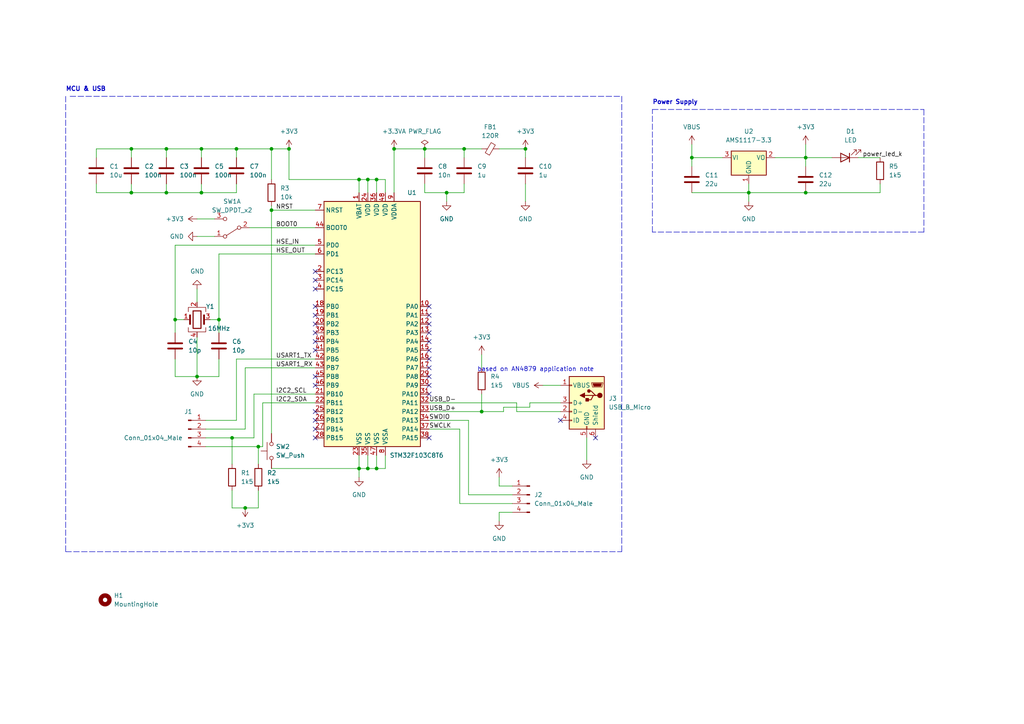
<source format=kicad_sch>
(kicad_sch (version 20211123) (generator eeschema)
  (paper "A4")
  (title_block (title "STM32F103C8T6 DevBoard") (date "2024-06-26") (rev "0.1") (company "Digikala"))
  (lib_symbols
    (symbol "Connector:Conn_01x04_Male" (pin_names (offset 1.016) hide)
      (property "Reference" "J" (at 0 5.08 0))
      (property "Value" "Conn_01x04_Male" (at 0 -7.62 0))
      (symbol "Conn_01x04_Male_1_1"
        (polyline (pts (xy 1.27 -5.08) (xy 0.8636 -5.08)) (stroke (width 0.1524)))
        (polyline (pts (xy 1.27 -2.54) (xy 0.8636 -2.54)) (stroke (width 0.1524)))
        (polyline (pts (xy 1.27 0) (xy 0.8636 0)) (stroke (width 0.1524)))
        (polyline (pts (xy 1.27 2.54) (xy 0.8636 2.54)) (stroke (width 0.1524)))
        (rectangle (start 0.8636 -4.953) (end 0 -5.207) (stroke (width 0.1524)) (fill (type outline)))
        (rectangle (start 0.8636 -2.413) (end 0 -2.667) (stroke (width 0.1524)) (fill (type outline)))
        (rectangle (start 0.8636 0.127) (end 0 -0.127) (stroke (width 0.1524)) (fill (type outline)))
        (rectangle (start 0.8636 2.667) (end 0 2.413) (stroke (width 0.1524)) (fill (type outline)))
        (pin passive line (at 5.08 2.54 180) (length 3.81) (name "Pin_1") (number "1"))
        (pin passive line (at 5.08 0 180) (length 3.81) (name "Pin_2") (number "2"))
        (pin passive line (at 5.08 -2.54 180) (length 3.81) (name "Pin_3") (number "3"))
        (pin passive line (at 5.08 -5.08 180) (length 3.81) (name "Pin_4") (number "4"))
      )
    )
    (symbol "Connector:USB_B_Micro" (pin_names (offset 1.016))
      (property "Reference" "J" (at -5.08 11.43 0))
      (property "Value" "USB_B_Micro" (at -5.08 8.89 0))
      (symbol "USB_B_Micro_0_1"
        (rectangle (start -5.08 -7.62) (end 5.08 7.62) (stroke (width 0.254)) (fill (type background)))
        (circle (center -3.81 2.159) (radius 0.635) (stroke (width 0.254)) (fill (type outline)))
        (circle (center -0.635 3.429) (radius 0.381) (stroke (width 0.254)) (fill (type outline)))
        (rectangle (start -0.127 -7.62) (end 0.127 -6.858))
        (polyline (pts (xy -1.905 2.159) (xy 0.635 2.159)) (stroke (width 0.254)))
        (polyline (pts (xy -3.175 2.159) (xy -2.54 2.159) (xy -1.27 3.429) (xy -0.635 3.429)) (stroke (width 0.254)))
        (polyline (pts (xy -2.54 2.159) (xy -1.905 2.159) (xy -1.27 0.889) (xy 0 0.889)) (stroke (width 0.254)))
        (polyline (pts (xy 0.635 2.794) (xy 0.635 1.524) (xy 1.905 2.159) (xy 0.635 2.794)) (stroke (width 0.254)) (fill (type outline)))
        (polyline (pts (xy -4.318 5.588) (xy -1.778 5.588) (xy -2.032 4.826) (xy -4.064 4.826) (xy -4.318 5.588)) (fill (type outline)))
        (polyline (pts (xy -4.699 5.842) (xy -4.699 5.588) (xy -4.445 4.826) (xy -4.445 4.572) (xy -1.651 4.572) (xy -1.651 4.826) (xy -1.397 5.588) (xy -1.397 5.842) (xy -4.699 5.842)))
        (rectangle (start 0.254 1.27) (end -0.508 0.508) (stroke (width 0.254)) (fill (type outline)))
        (rectangle (start 5.08 -5.207) (end 4.318 -4.953))
        (rectangle (start 5.08 -2.667) (end 4.318 -2.413))
        (rectangle (start 5.08 -0.127) (end 4.318 0.127))
        (rectangle (start 5.08 4.953) (end 4.318 5.207))
      )
      (symbol "USB_B_Micro_1_1"
        (pin power_out line (at 7.62 5.08 180) (length 2.54) (name "VBUS") (number "1"))
        (pin bidirectional line (at 7.62 -2.54 180) (length 2.54) (name "D-") (number "2"))
        (pin bidirectional line (at 7.62 0 180) (length 2.54) (name "D+") (number "3"))
        (pin passive line (at 7.62 -5.08 180) (length 2.54) (name "ID") (number "4"))
        (pin power_out line (at 0 -10.16 90) (length 2.54) (name "GND") (number "5"))
        (pin passive line (at -2.54 -10.16 90) (length 2.54) (name "Shield") (number "6"))
      )
    )
    (symbol "Device:C" (pin_numbers hide) (pin_names (offset 0.254))
      (property "Reference" "C" (at 0.635 2.54 0))
      (property "Value" "C" (at 0.635 -2.54 0))
      (symbol "C_0_1"
        (polyline (pts (xy -2.032 -0.762) (xy 2.032 -0.762)) (stroke (width 0.508)))
        (polyline (pts (xy -2.032 0.762) (xy 2.032 0.762)) (stroke (width 0.508)))
      )
      (symbol "C_1_1"
        (pin passive line (at 0 3.81 270) (length 2.794) (name "~") (number "1"))
        (pin passive line (at 0 -3.81 90) (length 2.794) (name "~") (number "2"))
      )
    )
    (symbol "Device:Crystal_GND24" (pin_names (offset 1.016) hide)
      (property "Reference" "Y" (at 3.175 5.08 0))
      (property "Value" "Crystal_GND24" (at 3.175 3.175 0))
      (symbol "Crystal_GND24_0_1"
        (rectangle (start -1.143 2.54) (end 1.143 -2.54) (stroke (width 0.3048)))
        (polyline (pts (xy -2.54 0) (xy -2.032 0)))
        (polyline (pts (xy -2.032 -1.27) (xy -2.032 1.27)) (stroke (width 0.508)))
        (polyline (pts (xy 0 -3.81) (xy 0 -3.556)))
        (polyline (pts (xy 0 3.556) (xy 0 3.81)))
        (polyline (pts (xy 2.032 -1.27) (xy 2.032 1.27)) (stroke (width 0.508)))
        (polyline (pts (xy 2.032 0) (xy 2.54 0)))
        (polyline (pts (xy -2.54 -2.286) (xy -2.54 -3.556) (xy 2.54 -3.556) (xy 2.54 -2.286)))
        (polyline (pts (xy -2.54 2.286) (xy -2.54 3.556) (xy 2.54 3.556) (xy 2.54 2.286)))
      )
      (symbol "Crystal_GND24_1_1"
        (pin passive line (at -3.81 0 0) (length 1.27) (name "1") (number "1"))
        (pin passive line (at 0 5.08 270) (length 1.27) (name "2") (number "2"))
        (pin passive line (at 3.81 0 180) (length 1.27) (name "3") (number "3"))
        (pin passive line (at 0 -5.08 90) (length 1.27) (name "4") (number "4"))
      )
    )
    (symbol "Device:FerriteBead_Small" (pin_numbers hide) (pin_names (offset 0))
      (property "Reference" "FB" (at 1.905 1.27 0))
      (property "Value" "FerriteBead_Small" (at 1.905 -1.27 0))
      (symbol "FerriteBead_Small_0_1"
        (polyline (pts (xy 0 -1.27) (xy 0 -0.7874)))
        (polyline (pts (xy 0 0.889) (xy 0 1.2954)))
        (polyline (pts (xy -1.8288 0.2794) (xy -1.1176 1.4986) (xy 1.8288 -0.2032) (xy 1.1176 -1.4224) (xy -1.8288 0.2794)))
      )
      (symbol "FerriteBead_Small_1_1"
        (pin passive line (at 0 2.54 270) (length 1.27) (name "~") (number "1"))
        (pin passive line (at 0 -2.54 90) (length 1.27) (name "~") (number "2"))
      )
    )
    (symbol "Device:LED" (pin_numbers hide) (pin_names (offset 1.016) hide)
      (property "Reference" "D" (at 0 2.54 0))
      (property "Value" "LED" (at 0 -2.54 0))
      (symbol "LED_0_1"
        (polyline (pts (xy -1.27 -1.27) (xy -1.27 1.27)) (stroke (width 0.254)))
        (polyline (pts (xy -1.27 0) (xy 1.27 0)))
        (polyline (pts (xy 1.27 -1.27) (xy 1.27 1.27) (xy -1.27 0) (xy 1.27 -1.27)) (stroke (width 0.254)))
        (polyline (pts (xy -3.048 -0.762) (xy -4.572 -2.286) (xy -3.81 -2.286) (xy -4.572 -2.286) (xy -4.572 -1.524)))
        (polyline (pts (xy -1.778 -0.762) (xy -3.302 -2.286) (xy -2.54 -2.286) (xy -3.302 -2.286) (xy -3.302 -1.524)))
      )
      (symbol "LED_1_1"
        (pin passive line (at -3.81 0 0) (length 2.54) (name "K") (number "1"))
        (pin passive line (at 3.81 0 180) (length 2.54) (name "A") (number "2"))
      )
    )
    (symbol "Device:R" (pin_numbers hide) (pin_names (offset 0))
      (property "Reference" "R" (at 2.032 0 90))
      (property "Value" "R" (at 0 0 90))
      (symbol "R_0_1"
        (rectangle (start -1.016 -2.54) (end 1.016 2.54) (stroke (width 0.254)))
      )
      (symbol "R_1_1"
        (pin passive line (at 0 3.81 270) (length 1.27) (name "~") (number "1"))
        (pin passive line (at 0 -3.81 90) (length 1.27) (name "~") (number "2"))
      )
    )
    (symbol "MCU_ST_STM32F1:STM32F103C8Tx"
      (property "Reference" "U" (at -15.24 36.83 0))
      (property "Value" "STM32F103C8Tx" (at 7.62 36.83 0))
      (symbol "STM32F103C8Tx_0_1"
        (rectangle (start -15.24 -35.56) (end 12.7 35.56) (stroke (width 0.254)) (fill (type background)))
      )
      (symbol "STM32F103C8Tx_1_1"
        (pin power_in line (at -5.08 38.1 270) (length 2.54) (name "VBAT") (number "1"))
        (pin bidirectional line (at 15.24 5.08 180) (length 2.54) (name "PA0") (number "10"))
        (pin bidirectional line (at 15.24 2.54 180) (length 2.54) (name "PA1") (number "11"))
        (pin bidirectional line (at 15.24 0 180) (length 2.54) (name "PA2") (number "12"))
        (pin bidirectional line (at 15.24 -2.54 180) (length 2.54) (name "PA3") (number "13"))
        (pin bidirectional line (at 15.24 -5.08 180) (length 2.54) (name "PA4") (number "14"))
        (pin bidirectional line (at 15.24 -7.62 180) (length 2.54) (name "PA5") (number "15"))
        (pin bidirectional line (at 15.24 -10.16 180) (length 2.54) (name "PA6") (number "16"))
        (pin bidirectional line (at 15.24 -12.7 180) (length 2.54) (name "PA7") (number "17"))
        (pin bidirectional line (at -17.78 5.08 0) (length 2.54) (name "PB0") (number "18"))
        (pin bidirectional line (at -17.78 2.54 0) (length 2.54) (name "PB1") (number "19"))
        (pin bidirectional line (at -17.78 15.24 0) (length 2.54) (name "PC13") (number "2"))
        (pin bidirectional line (at -17.78 0 0) (length 2.54) (name "PB2") (number "20"))
        (pin bidirectional line (at -17.78 -20.32 0) (length 2.54) (name "PB10") (number "21"))
        (pin bidirectional line (at -17.78 -22.86 0) (length 2.54) (name "PB11") (number "22"))
        (pin power_in line (at -5.08 -38.1 90) (length 2.54) (name "VSS") (number "23"))
        (pin power_in line (at -2.54 38.1 270) (length 2.54) (name "VDD") (number "24"))
        (pin bidirectional line (at -17.78 -25.4 0) (length 2.54) (name "PB12") (number "25"))
        (pin bidirectional line (at -17.78 -27.94 0) (length 2.54) (name "PB13") (number "26"))
        (pin bidirectional line (at -17.78 -30.48 0) (length 2.54) (name "PB14") (number "27"))
        (pin bidirectional line (at -17.78 -33.02 0) (length 2.54) (name "PB15") (number "28"))
        (pin bidirectional line (at 15.24 -15.24 180) (length 2.54) (name "PA8") (number "29"))
        (pin bidirectional line (at -17.78 12.7 0) (length 2.54) (name "PC14") (number "3"))
        (pin bidirectional line (at 15.24 -17.78 180) (length 2.54) (name "PA9") (number "30"))
        (pin bidirectional line (at 15.24 -20.32 180) (length 2.54) (name "PA10") (number "31"))
        (pin bidirectional line (at 15.24 -22.86 180) (length 2.54) (name "PA11") (number "32"))
        (pin bidirectional line (at 15.24 -25.4 180) (length 2.54) (name "PA12") (number "33"))
        (pin bidirectional line (at 15.24 -27.94 180) (length 2.54) (name "PA13") (number "34"))
        (pin power_in line (at -2.54 -38.1 90) (length 2.54) (name "VSS") (number "35"))
        (pin power_in line (at 0 38.1 270) (length 2.54) (name "VDD") (number "36"))
        (pin bidirectional line (at 15.24 -30.48 180) (length 2.54) (name "PA14") (number "37"))
        (pin bidirectional line (at 15.24 -33.02 180) (length 2.54) (name "PA15") (number "38"))
        (pin bidirectional line (at -17.78 -2.54 0) (length 2.54) (name "PB3") (number "39"))
        (pin bidirectional line (at -17.78 10.16 0) (length 2.54) (name "PC15") (number "4"))
        (pin bidirectional line (at -17.78 -5.08 0) (length 2.54) (name "PB4") (number "40"))
        (pin bidirectional line (at -17.78 -7.62 0) (length 2.54) (name "PB5") (number "41"))
        (pin bidirectional line (at -17.78 -10.16 0) (length 2.54) (name "PB6") (number "42"))
        (pin bidirectional line (at -17.78 -12.7 0) (length 2.54) (name "PB7") (number "43"))
        (pin input line (at -17.78 27.94 0) (length 2.54) (name "BOOT0") (number "44"))
        (pin bidirectional line (at -17.78 -15.24 0) (length 2.54) (name "PB8") (number "45"))
        (pin bidirectional line (at -17.78 -17.78 0) (length 2.54) (name "PB9") (number "46"))
        (pin power_in line (at 0 -38.1 90) (length 2.54) (name "VSS") (number "47"))
        (pin power_in line (at 2.54 38.1 270) (length 2.54) (name "VDD") (number "48"))
        (pin input line (at -17.78 22.86 0) (length 2.54) (name "PD0") (number "5"))
        (pin input line (at -17.78 20.32 0) (length 2.54) (name "PD1") (number "6"))
        (pin input line (at -17.78 33.02 0) (length 2.54) (name "NRST") (number "7"))
        (pin power_in line (at 2.54 -38.1 90) (length 2.54) (name "VSSA") (number "8"))
        (pin power_in line (at 5.08 38.1 270) (length 2.54) (name "VDDA") (number "9"))
      )
    )
    (symbol "Mechanical:MountingHole" (pin_names (offset 1.016))
      (property "Reference" "H" (at 0 5.08 0))
      (property "Value" "MountingHole" (at 0 3.175 0))
      (symbol "MountingHole_0_1"
        (circle (center 0 0) (radius 1.27) (stroke (width 1.27)))
      )
    )
    (symbol "Regulator_Linear:AMS1117-3.3" (pin_names (offset 0.254))
      (property "Reference" "U" (at -3.81 3.175 0))
      (property "Value" "AMS1117-3.3" (at 0 3.175 0))
      (symbol "AMS1117-3.3_0_1"
        (rectangle (start -5.08 -5.08) (end 5.08 1.905) (stroke (width 0.254)) (fill (type background)))
      )
      (symbol "AMS1117-3.3_1_1"
        (pin power_in line (at 0 -7.62 90) (length 2.54) (name "GND") (number "1"))
        (pin power_out line (at 7.62 0 180) (length 2.54) (name "VO") (number "2"))
        (pin power_in line (at -7.62 0 0) (length 2.54) (name "VI") (number "3"))
      )
    )
    (symbol "Switch:SW_DPDT_x2" (pin_names (offset 0) hide)
      (property "Reference" "SW" (at 0 4.318 0))
      (property "Value" "SW_DPDT_x2" (at 0 -5.08 0))
      (symbol "SW_DPDT_x2_0_0"
        (circle (center -2.032 0) (radius 0.508))
        (circle (center 2.032 -2.54) (radius 0.508))
      )
      (symbol "SW_DPDT_x2_0_1"
        (polyline (pts (xy -1.524 0.254) (xy 1.651 2.286)))
        (circle (center 2.032 2.54) (radius 0.508))
      )
      (symbol "SW_DPDT_x2_1_1"
        (pin passive line (at 5.08 2.54 180) (length 2.54) (name "A") (number "1"))
        (pin passive line (at -5.08 0 0) (length 2.54) (name "B") (number "2"))
        (pin passive line (at 5.08 -2.54 180) (length 2.54) (name "C") (number "3"))
      )
      (symbol "SW_DPDT_x2_2_1"
        (pin passive line (at 5.08 2.54 180) (length 2.54) (name "A") (number "4"))
        (pin passive line (at -5.08 0 0) (length 2.54) (name "B") (number "5"))
        (pin passive line (at 5.08 -2.54 180) (length 2.54) (name "C") (number "6"))
      )
    )
    (symbol "Switch:SW_Push" (pin_numbers hide) (pin_names (offset 1.016) hide)
      (property "Reference" "SW" (at 1.27 2.54 0))
      (property "Value" "SW_Push" (at 0 -1.524 0))
      (symbol "SW_Push_0_1"
        (circle (center -2.032 0) (radius 0.508))
        (polyline (pts (xy 0 1.27) (xy 0 3.048)))
        (polyline (pts (xy 2.54 1.27) (xy -2.54 1.27)))
        (circle (center 2.032 0) (radius 0.508))
        (pin passive line (at -5.08 0 0) (length 2.54) (name "1") (number "1"))
        (pin passive line (at 5.08 0 180) (length 2.54) (name "2") (number "2"))
      )
    )
    (symbol "power:+3.3V" (power) (pin_names (offset 0))
      (property "Value" "+3.3V" (at 0 3.556 0))
      (symbol "+3.3V_0_1"
        (polyline (pts (xy -0.762 1.27) (xy 0 2.54)))
        (polyline (pts (xy 0 0) (xy 0 2.54)))
        (polyline (pts (xy 0 2.54) (xy 0.762 1.27)))
      )
      (symbol "+3.3V_1_1"
        (pin power_in line (at 0 0 90) (length 0) hide (name "+3V3") (number "1"))
      )
    )
    (symbol "power:+3.3VA" (power) (pin_names (offset 0))
      (property "Value" "+3.3VA" (at 0 3.556 0))
      (symbol "+3.3VA_0_1"
        (polyline (pts (xy -0.762 1.27) (xy 0 2.54)))
        (polyline (pts (xy 0 0) (xy 0 2.54)))
        (polyline (pts (xy 0 2.54) (xy 0.762 1.27)))
      )
      (symbol "+3.3VA_1_1"
        (pin power_in line (at 0 0 90) (length 0) hide (name "+3.3VA") (number "1"))
      )
    )
    (symbol "power:GND" (power) (pin_names (offset 0))
      (property "Value" "GND" (at 0 -3.81 0))
      (symbol "GND_0_1"
        (polyline (pts (xy 0 0) (xy 0 -1.27) (xy 1.27 -1.27) (xy 0 -2.54) (xy -1.27 -1.27) (xy 0 -1.27)))
      )
      (symbol "GND_1_1"
        (pin power_in line (at 0 0 270) (length 0) hide (name "GND") (number "1"))
      )
    )
    (symbol "power:PWR_FLAG" (power) (pin_numbers hide) (pin_names (offset 0) hide)
      (property "Value" "PWR_FLAG" (at 0 3.81 0))
      (symbol "PWR_FLAG_0_0"
        (pin power_out line (at 0 0 90) (length 0) (name "pwr") (number "1"))
      )
      (symbol "PWR_FLAG_0_1"
        (polyline (pts (xy 0 0) (xy 0 1.27) (xy -1.016 1.905) (xy 0 2.54) (xy 1.016 1.905) (xy 0 1.27)))
      )
    )
    (symbol "power:VBUS" (power) (pin_names (offset 0))
      (property "Value" "VBUS" (at 0 3.81 0))
      (symbol "VBUS_0_1"
        (polyline (pts (xy -0.762 1.27) (xy 0 2.54)))
        (polyline (pts (xy 0 0) (xy 0 2.54)))
        (polyline (pts (xy 0 2.54) (xy 0.762 1.27)))
      )
      (symbol "VBUS_1_1"
        (pin power_in line (at 0 0 90) (length 0) hide (name "VBUS") (number "1"))
      )
    )
  )
  (junction (at 129.54 55.88))
  (junction (at 104.14 52.07))
  (junction (at 48.26 55.88))
  (junction (at 71.12 147.32))
  (junction (at 38.1 43.18))
  (junction (at 123.19 43.18))
  (junction (at 109.22 52.07))
  (junction (at 104.14 135.89))
  (junction (at 78.74 43.18))
  (junction (at 200.66 45.72))
  (junction (at 63.5 92.71))
  (junction (at 114.3 43.18))
  (junction (at 83.82 43.18))
  (junction (at 68.58 43.18))
  (junction (at 134.62 43.18))
  (junction (at 78.74 60.96))
  (junction (at 57.15 109.22))
  (junction (at 139.7 119.38))
  (junction (at 74.93 129.54))
  (junction (at 233.68 45.72))
  (junction (at 233.68 55.88))
  (junction (at 106.68 52.07))
  (junction (at 38.1 55.88))
  (junction (at 67.31 127))
  (junction (at 152.4 43.18))
  (junction (at 106.68 135.89))
  (junction (at 109.22 135.89))
  (junction (at 50.8 92.71))
  (junction (at 48.26 43.18))
  (junction (at 58.42 43.18))
  (junction (at 58.42 55.88))
  (junction (at 217.17 55.88))
  (no_connect (at 162.56 121.92))
  (no_connect (at 172.72 127))
  (no_connect (at 91.44 127))
  (no_connect (at 91.44 111.76))
  (no_connect (at 91.44 119.38))
  (no_connect (at 91.44 121.92))
  (no_connect (at 91.44 124.46))
  (no_connect (at 91.44 91.44))
  (no_connect (at 91.44 93.98))
  (no_connect (at 91.44 96.52))
  (no_connect (at 91.44 99.06))
  (no_connect (at 91.44 101.6))
  (no_connect (at 124.46 104.14))
  (no_connect (at 124.46 101.6))
  (no_connect (at 124.46 99.06))
  (no_connect (at 124.46 96.52))
  (no_connect (at 124.46 93.98))
  (no_connect (at 91.44 78.74))
  (no_connect (at 124.46 106.68))
  (no_connect (at 124.46 91.44))
  (no_connect (at 124.46 88.9))
  (no_connect (at 91.44 81.28))
  (no_connect (at 91.44 88.9))
  (no_connect (at 91.44 83.82))
  (no_connect (at 91.44 109.22))
  (no_connect (at 124.46 127))
  (no_connect (at 124.46 114.3))
  (no_connect (at 124.46 111.76))
  (no_connect (at 124.46 109.22))
  (wire (pts (xy 48.26 45.72) (xy 48.26 43.18)))
  (wire (pts (xy 63.5 73.66) (xy 91.44 73.66)))
  (wire (pts (xy 50.8 71.12) (xy 91.44 71.12)))
  (wire (pts (xy 135.89 121.92) (xy 135.89 143.51)))
  (wire (pts (xy 106.68 132.08) (xy 106.68 135.89)))
  (wire (pts (xy 139.7 114.3) (xy 139.7 119.38)))
  (wire (pts (xy 123.19 53.34) (xy 123.19 55.88)))
  (wire (pts (xy 111.76 52.07) (xy 109.22 52.07)))
  (polyline (pts (xy 19.05 27.94) (xy 19.05 160.02)))
  (wire (pts (xy 38.1 53.34) (xy 38.1 55.88)))
  (wire (pts (xy 149.86 119.38) (xy 162.56 119.38)))
  (wire (pts (xy 78.74 135.89) (xy 104.14 135.89)))
  (wire (pts (xy 63.5 109.22) (xy 63.5 104.14)))
  (wire (pts (xy 78.74 43.18) (xy 83.82 43.18)))
  (wire (pts (xy 123.19 55.88) (xy 129.54 55.88)))
  (wire (pts (xy 144.78 43.18) (xy 152.4 43.18)))
  (wire (pts (xy 50.8 109.22) (xy 57.15 109.22)))
  (wire (pts (xy 233.68 45.72) (xy 241.3 45.72)))
  (polyline (pts (xy 267.97 31.75) (xy 267.97 67.31)))
  (wire (pts (xy 78.74 59.69) (xy 78.74 60.96)))
  (wire (pts (xy 217.17 55.88) (xy 233.68 55.88)))
  (wire (pts (xy 114.3 43.18) (xy 123.19 43.18)))
  (wire (pts (xy 217.17 53.34) (xy 217.17 55.88)))
  (wire (pts (xy 135.89 143.51) (xy 148.59 143.51)))
  (wire (pts (xy 106.68 135.89) (xy 109.22 135.89)))
  (wire (pts (xy 233.68 45.72) (xy 233.68 48.26)))
  (wire (pts (xy 109.22 135.89) (xy 111.76 135.89)))
  (wire (pts (xy 153.67 116.84) (xy 162.56 116.84)))
  (wire (pts (xy 78.74 60.96) (xy 78.74 125.73)))
  (wire (pts (xy 59.69 127) (xy 67.31 127)))
  (wire (pts (xy 50.8 92.71) (xy 50.8 96.52)))
  (wire (pts (xy 104.14 52.07) (xy 106.68 52.07)))
  (wire (pts (xy 104.14 52.07) (xy 104.14 55.88)))
  (wire (pts (xy 104.14 132.08) (xy 104.14 135.89)))
  (wire (pts (xy 73.66 127) (xy 73.66 114.3)))
  (wire (pts (xy 148.59 140.97) (xy 144.78 140.97)))
  (wire (pts (xy 200.66 48.26) (xy 200.66 45.72)))
  (polyline (pts (xy 20.32 27.94) (xy 180.34 27.94)))
  (wire (pts (xy 48.26 43.18) (xy 58.42 43.18)))
  (polyline (pts (xy 267.97 67.31) (xy 189.23 67.31)))
  (wire (pts (xy 63.5 73.66) (xy 63.5 92.71)))
  (wire (pts (xy 111.76 132.08) (xy 111.76 135.89)))
  (wire (pts (xy 233.68 41.91) (xy 233.68 45.72)))
  (wire (pts (xy 114.3 43.18) (xy 114.3 55.88)))
  (wire (pts (xy 106.68 52.07) (xy 109.22 52.07)))
  (wire (pts (xy 111.76 55.88) (xy 111.76 52.07)))
  (wire (pts (xy 57.15 97.79) (xy 57.15 109.22)))
  (wire (pts (xy 38.1 55.88) (xy 48.26 55.88)))
  (wire (pts (xy 71.12 106.68) (xy 91.44 106.68)))
  (wire (pts (xy 63.5 92.71) (xy 60.96 92.71)))
  (wire (pts (xy 153.67 118.11) (xy 153.67 116.84)))
  (wire (pts (xy 104.14 135.89) (xy 104.14 138.43)))
  (wire (pts (xy 67.31 147.32) (xy 71.12 147.32)))
  (wire (pts (xy 146.05 118.11) (xy 153.67 118.11)))
  (wire (pts (xy 149.86 116.84) (xy 149.86 119.38)))
  (wire (pts (xy 58.42 53.34) (xy 58.42 55.88)))
  (wire (pts (xy 170.18 127) (xy 170.18 133.35)))
  (wire (pts (xy 148.59 148.59) (xy 144.78 148.59)))
  (wire (pts (xy 144.78 140.97) (xy 144.78 138.43)))
  (wire (pts (xy 76.2 129.54) (xy 76.2 116.84)))
  (wire (pts (xy 134.62 43.18) (xy 139.7 43.18)))
  (wire (pts (xy 27.94 53.34) (xy 27.94 55.88)))
  (wire (pts (xy 71.12 124.46) (xy 71.12 106.68)))
  (wire (pts (xy 255.27 55.88) (xy 233.68 55.88)))
  (wire (pts (xy 123.19 45.72) (xy 123.19 43.18)))
  (wire (pts (xy 74.93 129.54) (xy 74.93 134.62)))
  (wire (pts (xy 255.27 53.34) (xy 255.27 55.88)))
  (wire (pts (xy 68.58 121.92) (xy 68.58 104.14)))
  (polyline (pts (xy 189.23 31.75) (xy 267.97 31.75)))
  (wire (pts (xy 124.46 124.46) (xy 133.35 124.46)))
  (wire (pts (xy 74.93 147.32) (xy 71.12 147.32)))
  (wire (pts (xy 68.58 55.88) (xy 68.58 53.34)))
  (wire (pts (xy 139.7 119.38) (xy 146.05 119.38)))
  (wire (pts (xy 104.14 135.89) (xy 106.68 135.89)))
  (wire (pts (xy 152.4 43.18) (xy 152.4 45.72)))
  (wire (pts (xy 58.42 45.72) (xy 58.42 43.18)))
  (wire (pts (xy 48.26 55.88) (xy 58.42 55.88)))
  (wire (pts (xy 134.62 53.34) (xy 134.62 55.88)))
  (wire (pts (xy 200.66 41.91) (xy 200.66 45.72)))
  (wire (pts (xy 248.92 45.72) (xy 255.27 45.72)))
  (wire (pts (xy 74.93 129.54) (xy 76.2 129.54)))
  (wire (pts (xy 76.2 116.84) (xy 91.44 116.84)))
  (wire (pts (xy 68.58 43.18) (xy 78.74 43.18)))
  (wire (pts (xy 157.48 111.76) (xy 162.56 111.76)))
  (wire (pts (xy 144.78 148.59) (xy 144.78 151.13)))
  (wire (pts (xy 67.31 142.24) (xy 67.31 147.32)))
  (wire (pts (xy 57.15 68.58) (xy 62.23 68.58)))
  (wire (pts (xy 48.26 53.34) (xy 48.26 55.88)))
  (wire (pts (xy 109.22 52.07) (xy 109.22 55.88)))
  (wire (pts (xy 59.69 129.54) (xy 74.93 129.54)))
  (wire (pts (xy 129.54 55.88) (xy 134.62 55.88)))
  (wire (pts (xy 53.34 92.71) (xy 50.8 92.71)))
  (wire (pts (xy 146.05 119.38) (xy 146.05 118.11)))
  (wire (pts (xy 134.62 43.18) (xy 134.62 45.72)))
  (wire (pts (xy 224.79 45.72) (xy 233.68 45.72)))
  (polyline (pts (xy 19.05 160.02) (xy 180.34 160.02)))
  (wire (pts (xy 133.35 124.46) (xy 133.35 146.05)))
  (wire (pts (xy 57.15 109.22) (xy 63.5 109.22)))
  (wire (pts (xy 217.17 58.42) (xy 217.17 55.88)))
  (wire (pts (xy 63.5 92.71) (xy 63.5 96.52)))
  (wire (pts (xy 27.94 45.72) (xy 27.94 43.18)))
  (wire (pts (xy 129.54 58.42) (xy 129.54 55.88)))
  (wire (pts (xy 123.19 43.18) (xy 134.62 43.18)))
  (wire (pts (xy 109.22 132.08) (xy 109.22 135.89)))
  (wire (pts (xy 152.4 53.34) (xy 152.4 58.42)))
  (wire (pts (xy 83.82 43.18) (xy 83.82 52.07)))
  (wire (pts (xy 50.8 92.71) (xy 50.8 71.12)))
  (wire (pts (xy 74.93 142.24) (xy 74.93 147.32)))
  (wire (pts (xy 124.46 116.84) (xy 149.86 116.84)))
  (wire (pts (xy 73.66 114.3) (xy 91.44 114.3)))
  (wire (pts (xy 27.94 43.18) (xy 38.1 43.18)))
  (wire (pts (xy 68.58 104.14) (xy 91.44 104.14)))
  (wire (pts (xy 59.69 121.92) (xy 68.58 121.92)))
  (wire (pts (xy 139.7 102.87) (xy 139.7 106.68)))
  (wire (pts (xy 57.15 87.63) (xy 57.15 83.82)))
  (wire (pts (xy 78.74 43.18) (xy 78.74 52.07)))
  (wire (pts (xy 106.68 52.07) (xy 106.68 55.88)))
  (wire (pts (xy 200.66 45.72) (xy 209.55 45.72)))
  (wire (pts (xy 58.42 55.88) (xy 68.58 55.88)))
  (wire (pts (xy 27.94 55.88) (xy 38.1 55.88)))
  (wire (pts (xy 59.69 124.46) (xy 71.12 124.46)))
  (wire (pts (xy 83.82 52.07) (xy 104.14 52.07)))
  (wire (pts (xy 38.1 43.18) (xy 48.26 43.18)))
  (polyline (pts (xy 180.34 27.94) (xy 180.34 160.02)))
  (wire (pts (xy 133.35 146.05) (xy 148.59 146.05)))
  (wire (pts (xy 57.15 63.5) (xy 62.23 63.5)))
  (wire (pts (xy 58.42 43.18) (xy 68.58 43.18)))
  (wire (pts (xy 78.74 60.96) (xy 91.44 60.96)))
  (wire (pts (xy 38.1 45.72) (xy 38.1 43.18)))
  (wire (pts (xy 68.58 45.72) (xy 68.58 43.18)))
  (wire (pts (xy 50.8 104.14) (xy 50.8 109.22)))
  (wire (pts (xy 124.46 121.92) (xy 135.89 121.92)))
  (wire (pts (xy 72.39 66.04) (xy 91.44 66.04)))
  (wire (pts (xy 200.66 55.88) (xy 217.17 55.88)))
  (wire (pts (xy 67.31 127) (xy 67.31 134.62)))
  (polyline (pts (xy 189.23 67.31) (xy 189.23 31.75)))
  (wire (pts (xy 67.31 127) (xy 73.66 127)))
  (wire (pts (xy 124.46 119.38) (xy 139.7 119.38)))
  (text "based on AN4879 application note\n" (at 138.43 107.95 0) (effects (font (size 1.27 1.27)) (justify left bottom)))
  (text "MCU & USB" (at 19.05 26.67 0) (effects (font (size 1.27 1.27) bold) (justify left bottom)))
  (text "Power Supply" (at 189.23 30.48 0) (effects (font (size 1.27 1.27) (thickness 0.254) bold) (justify left bottom)))
  (label "SWDIO" (at 124.46 121.92 0))
  (label "HSE_IN" (at 80.01 71.12 0))
  (label "SWCLK" (at 124.46 124.46 0))
  (label "USB_D-" (at 124.46 116.84 0))
  (label "I2C2_SDA" (at 80.01 116.84 0))
  (label "BOOT0" (at 80.01 66.04 0))
  (label "I2C2_SCL" (at 80.01 114.3 0))
  (label "USART1_RX" (at 80.01 106.68 0))
  (label "NRST" (at 80.01 60.96 0))
  (label "power_led_k" (at 250.19 45.72 0))
  (label "USART1_TX" (at 80.01 104.14 0))
  (label "USB_D+" (at 124.46 119.38 0))
  (label "HSE_OUT" (at 80.01 73.66 0))
  (symbol (lib_id "Device:C") (at 123.19 49.53 0) (unit 1)
    (property "Reference" "C8" (at 127 48.2599 0) (effects (justify left)))
    (property "Value" "10n" (at 127 50.7999 0) (effects (justify left)))
    (property "Footprint" "Capacitor_SMD:C_0805_2012Metric" (effects hide))
  )
  (symbol (lib_id "power:GND") (at 170.18 133.35 0) (unit 1)
    (property "Reference" "#PWR016" (effects hide))
    (property "Value" "GND" (at 170.18 138.43 0))
  )
  (symbol (lib_id "Device:LED") (at 245.11 45.72 180) (unit 1)
    (property "Reference" "D1" (at 246.6975 38.1 0))
    (property "Value" "LED" (at 246.6975 40.64 0))
    (property "Footprint" "LED_SMD:LED_0805_2012Metric" (effects hide))
  )
  (symbol (lib_id "Connector:USB_B_Micro") (at 170.18 116.84 0) (mirror y) (unit 1)
    (property "Reference" "J3" (at 176.53 115.5699 0) (effects (justify right)))
    (property "Value" "USB_B_Micro" (at 176.53 118.1099 0) (effects (justify right)))
    (property "Footprint" "Connector_USB:USB_Micro-B_Wuerth_629105150521" (effects hide))
  )
  (symbol (lib_id "power:+3.3V") (at 144.78 138.43 0) (unit 1)
    (property "Reference" "#PWR011" (effects hide))
    (property "Value" "+3.3V" (at 144.78 133.35 0))
  )
  (symbol (lib_id "power:GND") (at 104.14 138.43 0) (unit 1)
    (property "Reference" "#PWR07" (effects hide))
    (property "Value" "GND" (at 104.14 143.51 0))
  )
  (symbol (lib_id "power:GND") (at 57.15 68.58 270) (unit 1)
    (property "Reference" "#PWR02" (effects hide))
    (property "Value" "GND" (at 53.34 68.5799 90) (effects (justify right)))
  )
  (symbol (lib_id "Device:C") (at 233.68 52.07 0) (unit 1)
    (property "Reference" "C12" (at 237.49 50.7999 0) (effects (justify left)))
    (property "Value" "22u" (at 237.49 53.3399 0) (effects (justify left)))
    (property "Footprint" "Capacitor_SMD:C_0805_2012Metric" (effects hide))
  )
  (symbol (lib_id "Device:R") (at 74.93 138.43 0) (unit 1)
    (property "Reference" "R2" (at 77.47 137.1599 0) (effects (justify left)))
    (property "Value" "1k5" (at 77.47 139.6999 0) (effects (justify left)))
    (property "Footprint" "Resistor_SMD:R_0805_2012Metric" (effects hide))
  )
  (symbol (lib_id "power:+3.3V") (at 233.68 41.91 0) (unit 1)
    (property "Reference" "#PWR019" (effects hide))
    (property "Value" "+3.3V" (at 233.68 36.83 0))
  )
  (symbol (lib_id "Regulator_Linear:AMS1117-3.3") (at 217.17 45.72 0) (unit 1)
    (property "Reference" "U2" (at 217.17 38.1 0))
    (property "Value" "AMS1117-3.3" (at 217.17 40.64 0))
    (property "Footprint" "Package_TO_SOT_SMD:SOT-223-3_TabPin2" (effects hide))
    (property "Datasheet" "http://www.advanced-monolithic.com/pdf/ds1117.pdf" (effects hide))
  )
  (symbol (lib_id "power:+3.3V") (at 139.7 102.87 0) (unit 1)
    (property "Reference" "#PWR010" (effects hide))
    (property "Value" "+3.3V" (at 139.7 97.79 0))
  )
  (symbol (lib_id "Device:FerriteBead_Small") (at 142.24 43.18 90) (unit 1)
    (property "Reference" "FB1" (at 142.2019 36.83 90))
    (property "Value" "120R" (at 142.2019 39.37 90))
    (property "Footprint" "Inductor_SMD:L_0805_2012Metric" (effects hide))
  )
  (symbol (lib_id "Device:C") (at 50.8 100.33 0) (unit 1)
    (property "Reference" "C4" (at 54.61 99.0599 0) (effects (justify left)))
    (property "Value" "10p" (at 54.61 101.5999 0) (effects (justify left)))
    (property "Footprint" "Capacitor_SMD:C_0805_2012Metric" (effects hide))
  )
  (symbol (lib_id "Connector:Conn_01x04_Male") (at 153.67 143.51 0) (mirror y) (unit 1)
    (property "Reference" "J2" (at 154.94 143.5099 0) (effects (justify right)))
    (property "Value" "Conn_01x04_Male" (at 154.94 146.0499 0) (effects (justify right)))
    (property "Footprint" "Connector_PinHeader_2.00mm:PinHeader_1x04_P2.00mm_Vertical" (effects hide))
  )
  (symbol (lib_id "power:+3.3VA") (at 114.3 43.18 0) (unit 1)
    (property "Reference" "#PWR08" (effects hide))
    (property "Value" "+3.3VA" (at 114.3 38.1 0))
  )
  (symbol (lib_id "Connector:Conn_01x04_Male") (at 54.61 124.46 0) (unit 1)
    (property "Reference" "J1" (at 54.61 119.38 0))
    (property "Value" "Conn_01x04_Male" (at 44.45 127 0))
    (property "Footprint" "Connector_PinHeader_2.00mm:PinHeader_1x04_P2.00mm_Vertical" (effects hide))
  )
  (symbol (lib_id "power:PWR_FLAG") (at 123.19 43.18 0) (unit 1)
    (property "Reference" "#FLG0101" (effects hide))
    (property "Value" "PWR_FLAG" (at 123.19 38.1 0))
  )
  (symbol (lib_id "power:+3.3V") (at 57.15 63.5 90) (unit 1)
    (property "Reference" "#PWR01" (effects hide))
    (property "Value" "+3.3V" (at 53.34 63.4999 90) (effects (justify left)))
  )
  (symbol (lib_id "power:GND") (at 144.78 151.13 0) (unit 1)
    (property "Reference" "#PWR012" (effects hide))
    (property "Value" "GND" (at 144.78 156.21 0))
  )
  (symbol (lib_id "Switch:SW_Push") (at 78.74 130.81 90) (unit 1)
    (property "Reference" "SW2" (at 80.01 129.5399 90) (effects (justify right)))
    (property "Value" "SW_Push" (at 80.01 132.0799 90) (effects (justify right)))
    (property "Footprint" "Button_Switch_THT:SW_PUSH_6mm" (effects hide))
  )
  (symbol (lib_id "power:+3.3V") (at 71.12 147.32 180) (unit 1)
    (property "Reference" "#PWR05" (effects hide))
    (property "Value" "+3.3V" (at 71.12 152.4 0))
  )
  (symbol (lib_id "power:GND") (at 217.17 58.42 0) (unit 1)
    (property "Reference" "#PWR018" (effects hide))
    (property "Value" "GND" (at 217.17 63.5 0))
  )
  (symbol (lib_id "power:GND") (at 57.15 109.22 0) (unit 1)
    (property "Reference" "#PWR04" (effects hide))
    (property "Value" "GND" (at 57.15 114.3 0))
  )
  (symbol (lib_id "power:GND") (at 57.15 83.82 180) (unit 1)
    (property "Reference" "#PWR03" (effects hide))
    (property "Value" "GND" (at 55.1585 78.688 0) (effects (justify right)))
  )
  (symbol (lib_id "power:+3.3V") (at 83.82 43.18 0) (unit 1)
    (property "Reference" "#PWR06" (effects hide))
    (property "Value" "+3.3V" (at 83.82 38.1 0))
  )
  (symbol (lib_id "Device:C") (at 68.58 49.53 0) (unit 1)
    (property "Reference" "C7" (at 72.39 48.2599 0) (effects (justify left)))
    (property "Value" "100n" (at 72.39 50.7999 0) (effects (justify left)))
    (property "Footprint" "Capacitor_SMD:C_0805_2012Metric" (effects hide))
  )
  (symbol (lib_id "Device:Crystal_GND24") (at 57.15 92.71 0) (unit 1)
    (property "Reference" "Y1" (at 60.96 88.9 0))
    (property "Value" "16MHz" (at 63.5 95.25 0))
    (property "Footprint" "Crystal:Crystal_SMD_3225-4Pin_3.2x2.5mm" (effects hide))
  )
  (symbol (lib_id "power:GND") (at 129.54 58.42 0) (unit 1)
    (property "Reference" "#PWR09" (effects hide))
    (property "Value" "GND" (at 129.54 63.5 0))
  )
  (symbol (lib_id "Device:C") (at 63.5 100.33 0) (unit 1)
    (property "Reference" "C6" (at 67.31 99.0599 0) (effects (justify left)))
    (property "Value" "10p" (at 67.31 101.5999 0) (effects (justify left)))
    (property "Footprint" "Capacitor_SMD:C_0805_2012Metric" (effects hide))
  )
  (symbol (lib_id "Switch:SW_DPDT_x2") (at 67.31 66.04 180) (unit 1)
    (property "Reference" "SW1" (at 67.31 58.42 0))
    (property "Value" "SW_DPDT_x2" (at 67.31 60.96 0))
    (property "Footprint" "Button_Switch_SMD:SW_SPDT_PCM12" (effects hide))
  )
  (symbol (lib_id "Device:R") (at 78.74 55.88 0) (unit 1)
    (property "Reference" "R3" (at 81.28 54.6099 0) (effects (justify left)))
    (property "Value" "10k" (at 81.28 57.1499 0) (effects (justify left)))
    (property "Footprint" "Resistor_SMD:R_0805_2012Metric" (effects hide))
  )
  (symbol (lib_id "Device:C") (at 58.42 49.53 0) (unit 1)
    (property "Reference" "C5" (at 62.23 48.2599 0) (effects (justify left)))
    (property "Value" "100n" (at 62.23 50.7999 0) (effects (justify left)))
    (property "Footprint" "Capacitor_SMD:C_0805_2012Metric" (effects hide))
  )
  (symbol (lib_id "power:+3.3V") (at 152.4 43.18 0) (unit 1)
    (property "Reference" "#PWR013" (effects hide))
    (property "Value" "+3.3V" (at 152.4 38.1 0))
  )
  (symbol (lib_id "Device:C") (at 27.94 49.53 0) (unit 1)
    (property "Reference" "C1" (at 31.75 48.2599 0) (effects (justify left)))
    (property "Value" "10u" (at 31.75 50.7999 0) (effects (justify left)))
    (property "Footprint" "Capacitor_SMD:C_0805_2012Metric" (effects hide))
  )
  (symbol (lib_id "Device:C") (at 134.62 49.53 0) (unit 1)
    (property "Reference" "C9" (at 138.43 48.2599 0) (effects (justify left)))
    (property "Value" "1u" (at 138.43 50.7999 0) (effects (justify left)))
    (property "Footprint" "Capacitor_SMD:C_0805_2012Metric" (effects hide))
  )
  (symbol (lib_id "Device:R") (at 255.27 49.53 0) (unit 1)
    (property "Reference" "R5" (at 257.81 48.2599 0) (effects (justify left)))
    (property "Value" "1k5" (at 257.81 50.7999 0) (effects (justify left)))
    (property "Footprint" "Resistor_SMD:R_0805_2012Metric" (effects hide))
  )
  (symbol (lib_id "MCU_ST_STM32F1:STM32F103C8Tx") (at 109.22 93.98 0) (unit 1)
    (property "Reference" "U1" (at 118.11 55.88 0) (effects (justify left)))
    (property "Value" "STM32F103C8T6" (at 113.03 132.08 0) (effects (justify left)))
    (property "Footprint" "Package_QFP:LQFP-48_7x7mm_P0.5mm" (effects hide))
    (property "Datasheet" "http://www.st.com/st-web-ui/static/active/en/resource/technical/document/datasheet/CD00161566.pdf" (effects hide))
  )
  (symbol (lib_id "Device:C") (at 200.66 52.07 0) (unit 1)
    (property "Reference" "C11" (at 204.47 50.7999 0) (effects (justify left)))
    (property "Value" "22u" (at 204.47 53.3399 0) (effects (justify left)))
    (property "Footprint" "Capacitor_SMD:C_0805_2012Metric" (effects hide))
  )
  (symbol (lib_id "power:VBUS") (at 200.66 41.91 0) (unit 1)
    (property "Reference" "#PWR017" (effects hide))
    (property "Value" "VBUS" (at 200.66 36.83 0))
  )
  (symbol (lib_id "Device:R") (at 139.7 110.49 0) (unit 1)
    (property "Reference" "R4" (at 142.24 109.2199 0) (effects (justify left)))
    (property "Value" "1k5" (at 142.24 111.7599 0) (effects (justify left)))
    (property "Footprint" "Resistor_SMD:R_0805_2012Metric" (effects hide))
  )
  (symbol (lib_id "Device:C") (at 38.1 49.53 0) (unit 1)
    (property "Reference" "C2" (at 41.91 48.2599 0) (effects (justify left)))
    (property "Value" "100n" (at 41.91 50.7999 0) (effects (justify left)))
    (property "Footprint" "Capacitor_SMD:C_0805_2012Metric" (effects hide))
  )
  (symbol (lib_id "power:GND") (at 152.4 58.42 0) (unit 1)
    (property "Reference" "#PWR014" (effects hide))
    (property "Value" "GND" (at 152.4 63.5 0))
  )
  (symbol (lib_id "Device:C") (at 48.26 49.53 0) (unit 1)
    (property "Reference" "C3" (at 52.07 48.2599 0) (effects (justify left)))
    (property "Value" "100n" (at 52.07 50.7999 0) (effects (justify left)))
    (property "Footprint" "Capacitor_SMD:C_0805_2012Metric" (effects hide))
  )
  (symbol (lib_id "Mechanical:MountingHole") (at 30.48 173.99 0) (unit 1)
    (property "Reference" "H1" (at 33.02 172.7199 0) (effects (justify left)))
    (property "Value" "MountingHole" (at 33.02 175.2599 0) (effects (justify left)))
    (property "Footprint" "MountingHole:MountingHole_2.2mm_M2" (effects hide))
  )
  (symbol (lib_id "Device:R") (at 67.31 138.43 0) (unit 1)
    (property "Reference" "R1" (at 69.85 137.1599 0) (effects (justify left)))
    (property "Value" "1k5" (at 69.85 139.6999 0) (effects (justify left)))
    (property "Footprint" "Resistor_SMD:R_0805_2012Metric" (effects hide))
  )
  (symbol (lib_id "Device:C") (at 152.4 49.53 0) (unit 1)
    (property "Reference" "C10" (at 156.21 48.2599 0) (effects (justify left)))
    (property "Value" "1u" (at 156.21 50.7999 0) (effects (justify left)))
    (property "Footprint" "Capacitor_SMD:C_0805_2012Metric" (effects hide))
  )
  (symbol (lib_id "power:VBUS") (at 157.48 111.76 90) (unit 1)
    (property "Reference" "#PWR015" (effects hide))
    (property "Value" "VBUS" (at 153.67 111.7599 90) (effects (justify left)))
  )
)
</source>
